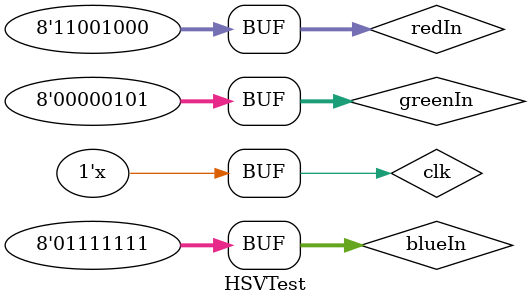
<source format=sv>
`timescale 1ns / 1ps


module HSVTest(

    );
    logic clk = 0;
    always
    begin
    #5 clk = !clk;
    end
    
    logic [8:0] hue;
      logic [7:0] sat;
      logic [7:0] val;
      logic [7:0] HSVred,HSVgreen,HSVblue;
      logic [7:0] redIn = 200;
      logic [7:0] greenIn = 5;
      logic [7:0] blueIn = 127;
      RGBtoHSV filt1(clk, redIn, greenIn, blueIn, hue, sat, val);
      HSVtoRGB filt2(clk, hue,sat, val, HSVred, HSVgreen, HSVblue);
endmodule

</source>
